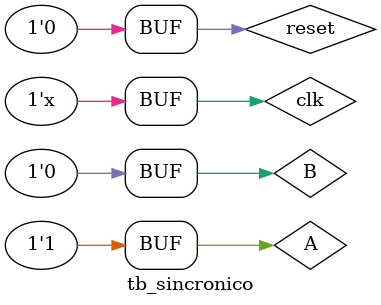
<source format=sv>
module tb_sincronico();
    logic A, B, clk, reset;
    logic C;

    sincronico DUT(
        .clk(clk),
        .reset(reset),
        .A(A),
        .B(B),
        .C(C)
    );

    always #5 clk = ~clk;

    initial begin
        clk = 0;
        reset = 10;
        A = 1;
        B = 0;
        #8
        reset = 1;
        #12
        reset = 0;
    end
endmodule 
</source>
